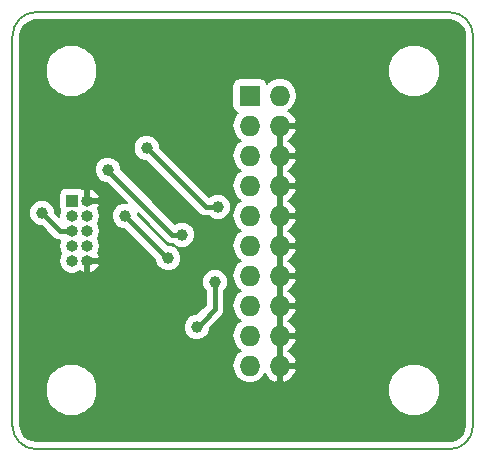
<source format=gbr>
G04 #@! TF.GenerationSoftware,KiCad,Pcbnew,5.0.1-33cea8e~68~ubuntu18.10.1*
G04 #@! TF.CreationDate,2018-11-26T23:36:52+02:00*
G04 #@! TF.ProjectId,BUS-BLASTER-AVR-1.27,4255532D424C41535445522D4156522D,v1.0*
G04 #@! TF.SameCoordinates,Original*
G04 #@! TF.FileFunction,Copper,L2,Bot,Signal*
G04 #@! TF.FilePolarity,Positive*
%FSLAX46Y46*%
G04 Gerber Fmt 4.6, Leading zero omitted, Abs format (unit mm)*
G04 Created by KiCad (PCBNEW 5.0.1-33cea8e~68~ubuntu18.10.1) date ma 26. marraskuuta 2018 23.36.52*
%MOMM*%
%LPD*%
G01*
G04 APERTURE LIST*
G04 #@! TA.AperFunction,NonConductor*
%ADD10C,0.150000*%
G04 #@! TD*
G04 #@! TA.AperFunction,ComponentPad*
%ADD11R,1.000000X1.000000*%
G04 #@! TD*
G04 #@! TA.AperFunction,ComponentPad*
%ADD12O,1.000000X1.000000*%
G04 #@! TD*
G04 #@! TA.AperFunction,ComponentPad*
%ADD13R,1.727200X1.727200*%
G04 #@! TD*
G04 #@! TA.AperFunction,ComponentPad*
%ADD14O,1.727200X1.727200*%
G04 #@! TD*
G04 #@! TA.AperFunction,ViaPad*
%ADD15C,1.000000*%
G04 #@! TD*
G04 #@! TA.AperFunction,Conductor*
%ADD16C,0.400000*%
G04 #@! TD*
G04 #@! TA.AperFunction,Conductor*
%ADD17C,1.000000*%
G04 #@! TD*
G04 #@! TA.AperFunction,Conductor*
%ADD18C,0.200000*%
G04 #@! TD*
G04 APERTURE END LIST*
D10*
X65000000Y-87000000D02*
G75*
G02X63000000Y-85000000I0J2000000D01*
G01*
X102000000Y-85000000D02*
G75*
G02X100000000Y-87000000I-2000000J0D01*
G01*
X100000000Y-50000000D02*
G75*
G02X102000000Y-52000000I0J-2000000D01*
G01*
X63000000Y-52000000D02*
G75*
G02X65000000Y-50000000I2000000J0D01*
G01*
X65000000Y-50000000D02*
X100000000Y-50000000D01*
X102000000Y-85000000D02*
X102000000Y-52000000D01*
X65000000Y-87000000D02*
X100000000Y-87000000D01*
X63000000Y-52000000D02*
X63000000Y-85000000D01*
D11*
G04 #@! TO.P,J1,1*
G04 #@! TO.N,TCK*
X68050000Y-65970000D03*
D12*
G04 #@! TO.P,J1,2*
G04 #@! TO.N,GND*
X69320000Y-65970000D03*
G04 #@! TO.P,J1,3*
G04 #@! TO.N,TDO*
X68050000Y-67240000D03*
G04 #@! TO.P,J1,4*
G04 #@! TO.N,VREF*
X69320000Y-67240000D03*
G04 #@! TO.P,J1,5*
G04 #@! TO.N,TMS*
X68050000Y-68510000D03*
G04 #@! TO.P,J1,6*
G04 #@! TO.N,nSRST*
X69320000Y-68510000D03*
G04 #@! TO.P,J1,7*
G04 #@! TO.N,Net-(J1-Pad7)*
X68050000Y-69780000D03*
G04 #@! TO.P,J1,8*
G04 #@! TO.N,nTRST*
X69320000Y-69780000D03*
G04 #@! TO.P,J1,9*
G04 #@! TO.N,TDI*
X68050000Y-71050000D03*
G04 #@! TO.P,J1,10*
G04 #@! TO.N,GND*
X69320000Y-71050000D03*
G04 #@! TD*
D13*
G04 #@! TO.P,J2,1*
G04 #@! TO.N,VREF*
X83100000Y-57080000D03*
D14*
G04 #@! TO.P,J2,2*
X85640000Y-57080000D03*
G04 #@! TO.P,J2,3*
G04 #@! TO.N,nTRST*
X83100000Y-59620000D03*
G04 #@! TO.P,J2,4*
G04 #@! TO.N,GND*
X85640000Y-59620000D03*
G04 #@! TO.P,J2,5*
G04 #@! TO.N,TDI*
X83100000Y-62160000D03*
G04 #@! TO.P,J2,6*
G04 #@! TO.N,GND*
X85640000Y-62160000D03*
G04 #@! TO.P,J2,7*
G04 #@! TO.N,TMS*
X83100000Y-64700000D03*
G04 #@! TO.P,J2,8*
G04 #@! TO.N,GND*
X85640000Y-64700000D03*
G04 #@! TO.P,J2,9*
G04 #@! TO.N,TCK*
X83100000Y-67240000D03*
G04 #@! TO.P,J2,10*
G04 #@! TO.N,GND*
X85640000Y-67240000D03*
G04 #@! TO.P,J2,11*
G04 #@! TO.N,Net-(J2-Pad11)*
X83100000Y-69780000D03*
G04 #@! TO.P,J2,12*
G04 #@! TO.N,GND*
X85640000Y-69780000D03*
G04 #@! TO.P,J2,13*
G04 #@! TO.N,TDO*
X83100000Y-72320000D03*
G04 #@! TO.P,J2,14*
G04 #@! TO.N,GND*
X85640000Y-72320000D03*
G04 #@! TO.P,J2,15*
G04 #@! TO.N,nSRST*
X83100000Y-74860000D03*
G04 #@! TO.P,J2,16*
G04 #@! TO.N,GND*
X85640000Y-74860000D03*
G04 #@! TO.P,J2,17*
G04 #@! TO.N,Net-(J2-Pad17)*
X83100000Y-77400000D03*
G04 #@! TO.P,J2,18*
G04 #@! TO.N,GND*
X85640000Y-77400000D03*
G04 #@! TO.P,J2,19*
G04 #@! TO.N,Net-(J2-Pad19)*
X83100000Y-79940000D03*
G04 #@! TO.P,J2,20*
G04 #@! TO.N,GND*
X85640000Y-79940000D03*
G04 #@! TD*
D15*
G04 #@! TO.N,TCK*
X77350000Y-68850000D03*
X71050000Y-63350000D03*
G04 #@! TO.N,GND*
X71850000Y-74950000D03*
X78900000Y-70250000D03*
X71900000Y-58500000D03*
X75800000Y-54400000D03*
X90700000Y-55500000D03*
X91550000Y-62700000D03*
X97150000Y-68050000D03*
X91950000Y-73650000D03*
X89600000Y-82900000D03*
X81850000Y-83750000D03*
X75100000Y-80100000D03*
X65550000Y-78500000D03*
X75900000Y-65800000D03*
X81150000Y-60950000D03*
X72850000Y-62900000D03*
G04 #@! TO.N,TDO*
X80150000Y-72850000D03*
X78600000Y-76700000D03*
G04 #@! TO.N,TMS*
X65500000Y-67000000D03*
X74350000Y-61500000D03*
X80400000Y-66499999D03*
G04 #@! TO.N,nSRST*
X72500000Y-67250000D03*
X76200001Y-70850001D03*
G04 #@! TD*
D16*
G04 #@! TO.N,TCK*
X76550000Y-68850000D02*
X71549999Y-63849999D01*
X71549999Y-63849999D02*
X71050000Y-63350000D01*
X77350000Y-68850000D02*
X76550000Y-68850000D01*
G04 #@! TO.N,TDO*
X80150000Y-72850000D02*
X80150000Y-75150000D01*
X80150000Y-75150000D02*
X79099999Y-76200001D01*
X79099999Y-76200001D02*
X78600000Y-76700000D01*
G04 #@! TO.N,TMS*
X68050000Y-68510000D02*
X67010000Y-68510000D01*
X67010000Y-68510000D02*
X65500000Y-67000000D01*
X79692894Y-66499999D02*
X80400000Y-66499999D01*
X79349999Y-66499999D02*
X79692894Y-66499999D01*
X74350000Y-61500000D02*
X79349999Y-66499999D01*
G04 #@! TO.N,nSRST*
X72500000Y-67250000D02*
X76100001Y-70850001D01*
X76100001Y-70850001D02*
X76200001Y-70850001D01*
D17*
G04 #@! TO.N,TDI*
X83100000Y-62180000D02*
X83100000Y-62405870D01*
G04 #@! TD*
D18*
G04 #@! TO.N,GND*
G36*
X100369950Y-50734868D02*
X100710162Y-50889553D01*
X100993282Y-51133505D01*
X101196554Y-51447115D01*
X101310322Y-51827530D01*
X101325001Y-52025060D01*
X101325000Y-84951910D01*
X101265132Y-85369952D01*
X101110448Y-85710160D01*
X100866494Y-85993283D01*
X100552886Y-86196553D01*
X100172470Y-86310322D01*
X99974953Y-86325000D01*
X65048090Y-86325000D01*
X64630048Y-86265132D01*
X64289840Y-86110448D01*
X64006717Y-85866494D01*
X63803447Y-85552886D01*
X63689678Y-85172470D01*
X63675000Y-84974953D01*
X63675000Y-81562393D01*
X65800000Y-81562393D01*
X65800000Y-82437607D01*
X66134930Y-83246200D01*
X66753800Y-83865070D01*
X67562393Y-84200000D01*
X68437607Y-84200000D01*
X69246200Y-83865070D01*
X69865070Y-83246200D01*
X70200000Y-82437607D01*
X70200000Y-81562393D01*
X94800000Y-81562393D01*
X94800000Y-82437607D01*
X95134930Y-83246200D01*
X95753800Y-83865070D01*
X96562393Y-84200000D01*
X97437607Y-84200000D01*
X98246200Y-83865070D01*
X98865070Y-83246200D01*
X99200000Y-82437607D01*
X99200000Y-81562393D01*
X98865070Y-80753800D01*
X98246200Y-80134930D01*
X97437607Y-79800000D01*
X96562393Y-79800000D01*
X95753800Y-80134930D01*
X95134930Y-80753800D01*
X94800000Y-81562393D01*
X70200000Y-81562393D01*
X69865070Y-80753800D01*
X69246200Y-80134930D01*
X68437607Y-79800000D01*
X67562393Y-79800000D01*
X66753800Y-80134930D01*
X66134930Y-80753800D01*
X65800000Y-81562393D01*
X63675000Y-81562393D01*
X63675000Y-76481196D01*
X77500000Y-76481196D01*
X77500000Y-76918804D01*
X77667465Y-77323100D01*
X77976900Y-77632535D01*
X78381196Y-77800000D01*
X78818804Y-77800000D01*
X79223100Y-77632535D01*
X79532535Y-77323100D01*
X79700000Y-76918804D01*
X79700000Y-76731370D01*
X80659972Y-75771398D01*
X80726767Y-75726767D01*
X80825767Y-75578604D01*
X80903583Y-75462145D01*
X80947561Y-75241049D01*
X80950000Y-75228789D01*
X80950000Y-75228785D01*
X80965671Y-75150000D01*
X80950000Y-75071215D01*
X80950000Y-73605635D01*
X81082535Y-73473100D01*
X81250000Y-73068804D01*
X81250000Y-72631196D01*
X81082535Y-72226900D01*
X80773100Y-71917465D01*
X80368804Y-71750000D01*
X79931196Y-71750000D01*
X79526900Y-71917465D01*
X79217465Y-72226900D01*
X79050000Y-72631196D01*
X79050000Y-73068804D01*
X79217465Y-73473100D01*
X79350000Y-73605635D01*
X79350001Y-74818629D01*
X78568630Y-75600000D01*
X78381196Y-75600000D01*
X77976900Y-75767465D01*
X77667465Y-76076900D01*
X77500000Y-76481196D01*
X63675000Y-76481196D01*
X63675000Y-66781196D01*
X64400000Y-66781196D01*
X64400000Y-67218804D01*
X64567465Y-67623100D01*
X64876900Y-67932535D01*
X65281196Y-68100000D01*
X65468630Y-68100000D01*
X66388603Y-69019974D01*
X66433233Y-69086767D01*
X66697856Y-69263583D01*
X66931211Y-69310000D01*
X66931215Y-69310000D01*
X67009999Y-69325671D01*
X67033774Y-69320942D01*
X67013823Y-69350801D01*
X66928450Y-69780000D01*
X67013823Y-70209199D01*
X67151335Y-70415000D01*
X67013823Y-70620801D01*
X66928450Y-71050000D01*
X67013823Y-71479199D01*
X67256944Y-71843056D01*
X67620801Y-72086177D01*
X67941661Y-72150000D01*
X68158339Y-72150000D01*
X68479199Y-72086177D01*
X68690118Y-71945246D01*
X68996247Y-72109661D01*
X69166000Y-71995261D01*
X69166000Y-71204000D01*
X69474000Y-71204000D01*
X69474000Y-71995261D01*
X69643753Y-72109661D01*
X70024623Y-71905104D01*
X70298221Y-71570366D01*
X70379646Y-71373751D01*
X70263515Y-71204000D01*
X69474000Y-71204000D01*
X69166000Y-71204000D01*
X69146000Y-71204000D01*
X69146000Y-71178446D01*
X69171550Y-71050000D01*
X69146000Y-70921554D01*
X69146000Y-70896000D01*
X69166000Y-70896000D01*
X69166000Y-70876000D01*
X69191553Y-70876000D01*
X69211661Y-70880000D01*
X69428339Y-70880000D01*
X69448447Y-70876000D01*
X69474000Y-70876000D01*
X69474000Y-70896000D01*
X70263515Y-70896000D01*
X70379646Y-70726249D01*
X70298221Y-70529634D01*
X70212305Y-70424519D01*
X70356177Y-70209199D01*
X70441550Y-69780000D01*
X70356177Y-69350801D01*
X70218665Y-69145000D01*
X70356177Y-68939199D01*
X70441550Y-68510000D01*
X70356177Y-68080801D01*
X70218665Y-67875000D01*
X70356177Y-67669199D01*
X70441550Y-67240000D01*
X70356177Y-66810801D01*
X70212305Y-66595481D01*
X70298221Y-66490366D01*
X70379646Y-66293751D01*
X70263515Y-66124000D01*
X69474000Y-66124000D01*
X69474000Y-66144000D01*
X69448447Y-66144000D01*
X69428339Y-66140000D01*
X69211661Y-66140000D01*
X69191553Y-66144000D01*
X69166000Y-66144000D01*
X69166000Y-66124000D01*
X69161754Y-66124000D01*
X69161754Y-65816000D01*
X69166000Y-65816000D01*
X69166000Y-65024739D01*
X69474000Y-65024739D01*
X69474000Y-65816000D01*
X70263515Y-65816000D01*
X70379646Y-65646249D01*
X70298221Y-65449634D01*
X70024623Y-65114896D01*
X69643753Y-64910339D01*
X69474000Y-65024739D01*
X69166000Y-65024739D01*
X68996247Y-64910339D01*
X68883225Y-64971041D01*
X68784108Y-64904813D01*
X68550000Y-64858246D01*
X67550000Y-64858246D01*
X67315892Y-64904813D01*
X67117425Y-65037425D01*
X66984813Y-65235892D01*
X66938246Y-65470000D01*
X66938246Y-66470000D01*
X66984813Y-66704108D01*
X67034963Y-66779163D01*
X67013823Y-66810801D01*
X66928450Y-67240000D01*
X66942623Y-67311252D01*
X66600000Y-66968630D01*
X66600000Y-66781196D01*
X66432535Y-66376900D01*
X66123100Y-66067465D01*
X65718804Y-65900000D01*
X65281196Y-65900000D01*
X64876900Y-66067465D01*
X64567465Y-66376900D01*
X64400000Y-66781196D01*
X63675000Y-66781196D01*
X63675000Y-63131196D01*
X69950000Y-63131196D01*
X69950000Y-63568804D01*
X70117465Y-63973100D01*
X70426900Y-64282535D01*
X70831196Y-64450000D01*
X71018630Y-64450000D01*
X72718630Y-66150000D01*
X72281196Y-66150000D01*
X71876900Y-66317465D01*
X71567465Y-66626900D01*
X71400000Y-67031196D01*
X71400000Y-67468804D01*
X71567465Y-67873100D01*
X71876900Y-68182535D01*
X72281196Y-68350000D01*
X72468630Y-68350000D01*
X75100001Y-70981372D01*
X75100001Y-71068805D01*
X75267466Y-71473101D01*
X75576901Y-71782536D01*
X75981197Y-71950001D01*
X76418805Y-71950001D01*
X76823101Y-71782536D01*
X77132536Y-71473101D01*
X77300001Y-71068805D01*
X77300001Y-70631197D01*
X77132536Y-70226901D01*
X76823101Y-69917466D01*
X76418805Y-69750001D01*
X76131372Y-69750001D01*
X73600000Y-67218630D01*
X73600000Y-67031371D01*
X75928604Y-69359975D01*
X75973233Y-69426767D01*
X76237856Y-69603583D01*
X76471211Y-69650000D01*
X76471215Y-69650000D01*
X76549999Y-69665671D01*
X76600075Y-69655710D01*
X76726900Y-69782535D01*
X77131196Y-69950000D01*
X77568804Y-69950000D01*
X77973100Y-69782535D01*
X78282535Y-69473100D01*
X78450000Y-69068804D01*
X78450000Y-68631196D01*
X78282535Y-68226900D01*
X77973100Y-67917465D01*
X77568804Y-67750000D01*
X77131196Y-67750000D01*
X76742411Y-67911040D01*
X72150000Y-63318630D01*
X72150000Y-63131196D01*
X71982535Y-62726900D01*
X71673100Y-62417465D01*
X71268804Y-62250000D01*
X70831196Y-62250000D01*
X70426900Y-62417465D01*
X70117465Y-62726900D01*
X69950000Y-63131196D01*
X63675000Y-63131196D01*
X63675000Y-61281196D01*
X73250000Y-61281196D01*
X73250000Y-61718804D01*
X73417465Y-62123100D01*
X73726900Y-62432535D01*
X74131196Y-62600000D01*
X74318630Y-62600000D01*
X78728603Y-67009974D01*
X78773232Y-67076766D01*
X79037855Y-67253582D01*
X79271210Y-67299999D01*
X79271214Y-67299999D01*
X79349998Y-67315670D01*
X79428782Y-67299999D01*
X79644365Y-67299999D01*
X79776900Y-67432534D01*
X80181196Y-67599999D01*
X80618804Y-67599999D01*
X81023100Y-67432534D01*
X81332535Y-67123099D01*
X81500000Y-66718803D01*
X81500000Y-66281195D01*
X81332535Y-65876899D01*
X81023100Y-65567464D01*
X80618804Y-65399999D01*
X80181196Y-65399999D01*
X79776900Y-65567464D01*
X79662867Y-65681497D01*
X75450000Y-61468630D01*
X75450000Y-61281196D01*
X75282535Y-60876900D01*
X74973100Y-60567465D01*
X74568804Y-60400000D01*
X74131196Y-60400000D01*
X73726900Y-60567465D01*
X73417465Y-60876900D01*
X73250000Y-61281196D01*
X63675000Y-61281196D01*
X63675000Y-59620000D01*
X81607727Y-59620000D01*
X81721320Y-60191068D01*
X82044804Y-60675196D01*
X82366281Y-60890000D01*
X82044804Y-61104804D01*
X81721320Y-61588932D01*
X81607727Y-62160000D01*
X81721320Y-62731068D01*
X82044804Y-63215196D01*
X82366281Y-63430000D01*
X82044804Y-63644804D01*
X81721320Y-64128932D01*
X81607727Y-64700000D01*
X81721320Y-65271068D01*
X82044804Y-65755196D01*
X82366281Y-65970000D01*
X82044804Y-66184804D01*
X81721320Y-66668932D01*
X81607727Y-67240000D01*
X81721320Y-67811068D01*
X82044804Y-68295196D01*
X82366281Y-68510000D01*
X82044804Y-68724804D01*
X81721320Y-69208932D01*
X81607727Y-69780000D01*
X81721320Y-70351068D01*
X82044804Y-70835196D01*
X82366281Y-71050000D01*
X82044804Y-71264804D01*
X81721320Y-71748932D01*
X81607727Y-72320000D01*
X81721320Y-72891068D01*
X82044804Y-73375196D01*
X82366281Y-73590000D01*
X82044804Y-73804804D01*
X81721320Y-74288932D01*
X81607727Y-74860000D01*
X81721320Y-75431068D01*
X82044804Y-75915196D01*
X82366281Y-76130000D01*
X82044804Y-76344804D01*
X81721320Y-76828932D01*
X81607727Y-77400000D01*
X81721320Y-77971068D01*
X82044804Y-78455196D01*
X82366281Y-78670000D01*
X82044804Y-78884804D01*
X81721320Y-79368932D01*
X81607727Y-79940000D01*
X81721320Y-80511068D01*
X82044804Y-80995196D01*
X82528932Y-81318680D01*
X82955852Y-81403600D01*
X83244148Y-81403600D01*
X83671068Y-81318680D01*
X84155196Y-80995196D01*
X84367302Y-80677756D01*
X84744000Y-81107402D01*
X85258949Y-81361423D01*
X85486000Y-81251532D01*
X85486000Y-80094000D01*
X85794000Y-80094000D01*
X85794000Y-81251532D01*
X86021051Y-81361423D01*
X86536000Y-81107402D01*
X86914541Y-80675654D01*
X87061411Y-80321049D01*
X86950583Y-80094000D01*
X85794000Y-80094000D01*
X85486000Y-80094000D01*
X85466000Y-80094000D01*
X85466000Y-79786000D01*
X85486000Y-79786000D01*
X85486000Y-77554000D01*
X85794000Y-77554000D01*
X85794000Y-79786000D01*
X86950583Y-79786000D01*
X87061411Y-79558951D01*
X86914541Y-79204346D01*
X86536000Y-78772598D01*
X86328014Y-78670000D01*
X86536000Y-78567402D01*
X86914541Y-78135654D01*
X87061411Y-77781049D01*
X86950583Y-77554000D01*
X85794000Y-77554000D01*
X85486000Y-77554000D01*
X85466000Y-77554000D01*
X85466000Y-77246000D01*
X85486000Y-77246000D01*
X85486000Y-75014000D01*
X85794000Y-75014000D01*
X85794000Y-77246000D01*
X86950583Y-77246000D01*
X87061411Y-77018951D01*
X86914541Y-76664346D01*
X86536000Y-76232598D01*
X86328014Y-76130000D01*
X86536000Y-76027402D01*
X86914541Y-75595654D01*
X87061411Y-75241049D01*
X86950583Y-75014000D01*
X85794000Y-75014000D01*
X85486000Y-75014000D01*
X85466000Y-75014000D01*
X85466000Y-74706000D01*
X85486000Y-74706000D01*
X85486000Y-72474000D01*
X85794000Y-72474000D01*
X85794000Y-74706000D01*
X86950583Y-74706000D01*
X87061411Y-74478951D01*
X86914541Y-74124346D01*
X86536000Y-73692598D01*
X86328014Y-73590000D01*
X86536000Y-73487402D01*
X86914541Y-73055654D01*
X87061411Y-72701049D01*
X86950583Y-72474000D01*
X85794000Y-72474000D01*
X85486000Y-72474000D01*
X85466000Y-72474000D01*
X85466000Y-72166000D01*
X85486000Y-72166000D01*
X85486000Y-69934000D01*
X85794000Y-69934000D01*
X85794000Y-72166000D01*
X86950583Y-72166000D01*
X87061411Y-71938951D01*
X86914541Y-71584346D01*
X86536000Y-71152598D01*
X86328014Y-71050000D01*
X86536000Y-70947402D01*
X86914541Y-70515654D01*
X87061411Y-70161049D01*
X86950583Y-69934000D01*
X85794000Y-69934000D01*
X85486000Y-69934000D01*
X85466000Y-69934000D01*
X85466000Y-69626000D01*
X85486000Y-69626000D01*
X85486000Y-67394000D01*
X85794000Y-67394000D01*
X85794000Y-69626000D01*
X86950583Y-69626000D01*
X87061411Y-69398951D01*
X86914541Y-69044346D01*
X86536000Y-68612598D01*
X86328014Y-68510000D01*
X86536000Y-68407402D01*
X86914541Y-67975654D01*
X87061411Y-67621049D01*
X86950583Y-67394000D01*
X85794000Y-67394000D01*
X85486000Y-67394000D01*
X85466000Y-67394000D01*
X85466000Y-67086000D01*
X85486000Y-67086000D01*
X85486000Y-64854000D01*
X85794000Y-64854000D01*
X85794000Y-67086000D01*
X86950583Y-67086000D01*
X87061411Y-66858951D01*
X86914541Y-66504346D01*
X86536000Y-66072598D01*
X86328014Y-65970000D01*
X86536000Y-65867402D01*
X86914541Y-65435654D01*
X87061411Y-65081049D01*
X86950583Y-64854000D01*
X85794000Y-64854000D01*
X85486000Y-64854000D01*
X85466000Y-64854000D01*
X85466000Y-64546000D01*
X85486000Y-64546000D01*
X85486000Y-62314000D01*
X85794000Y-62314000D01*
X85794000Y-64546000D01*
X86950583Y-64546000D01*
X87061411Y-64318951D01*
X86914541Y-63964346D01*
X86536000Y-63532598D01*
X86328014Y-63430000D01*
X86536000Y-63327402D01*
X86914541Y-62895654D01*
X87061411Y-62541049D01*
X86950583Y-62314000D01*
X85794000Y-62314000D01*
X85486000Y-62314000D01*
X85466000Y-62314000D01*
X85466000Y-62006000D01*
X85486000Y-62006000D01*
X85486000Y-59774000D01*
X85794000Y-59774000D01*
X85794000Y-62006000D01*
X86950583Y-62006000D01*
X87061411Y-61778951D01*
X86914541Y-61424346D01*
X86536000Y-60992598D01*
X86328014Y-60890000D01*
X86536000Y-60787402D01*
X86914541Y-60355654D01*
X87061411Y-60001049D01*
X86950583Y-59774000D01*
X85794000Y-59774000D01*
X85486000Y-59774000D01*
X85466000Y-59774000D01*
X85466000Y-59466000D01*
X85486000Y-59466000D01*
X85486000Y-59446000D01*
X85794000Y-59446000D01*
X85794000Y-59466000D01*
X86950583Y-59466000D01*
X87061411Y-59238951D01*
X86914541Y-58884346D01*
X86536000Y-58452598D01*
X86354308Y-58362970D01*
X86695196Y-58135196D01*
X87018680Y-57651068D01*
X87132273Y-57080000D01*
X87018680Y-56508932D01*
X86695196Y-56024804D01*
X86211068Y-55701320D01*
X85784148Y-55616400D01*
X85495852Y-55616400D01*
X85068932Y-55701320D01*
X84584804Y-56024804D01*
X84548154Y-56079655D01*
X84528787Y-55982292D01*
X84396175Y-55783825D01*
X84197708Y-55651213D01*
X83963600Y-55604646D01*
X82236400Y-55604646D01*
X82002292Y-55651213D01*
X81803825Y-55783825D01*
X81671213Y-55982292D01*
X81624646Y-56216400D01*
X81624646Y-57943600D01*
X81671213Y-58177708D01*
X81803825Y-58376175D01*
X82002292Y-58508787D01*
X82099655Y-58528154D01*
X82044804Y-58564804D01*
X81721320Y-59048932D01*
X81607727Y-59620000D01*
X63675000Y-59620000D01*
X63675000Y-54562393D01*
X65800000Y-54562393D01*
X65800000Y-55437607D01*
X66134930Y-56246200D01*
X66753800Y-56865070D01*
X67562393Y-57200000D01*
X68437607Y-57200000D01*
X69246200Y-56865070D01*
X69865070Y-56246200D01*
X70200000Y-55437607D01*
X70200000Y-54562393D01*
X94800000Y-54562393D01*
X94800000Y-55437607D01*
X95134930Y-56246200D01*
X95753800Y-56865070D01*
X96562393Y-57200000D01*
X97437607Y-57200000D01*
X98246200Y-56865070D01*
X98865070Y-56246200D01*
X99200000Y-55437607D01*
X99200000Y-54562393D01*
X98865070Y-53753800D01*
X98246200Y-53134930D01*
X97437607Y-52800000D01*
X96562393Y-52800000D01*
X95753800Y-53134930D01*
X95134930Y-53753800D01*
X94800000Y-54562393D01*
X70200000Y-54562393D01*
X69865070Y-53753800D01*
X69246200Y-53134930D01*
X68437607Y-52800000D01*
X67562393Y-52800000D01*
X66753800Y-53134930D01*
X66134930Y-53753800D01*
X65800000Y-54562393D01*
X63675000Y-54562393D01*
X63675000Y-52048090D01*
X63734868Y-51630050D01*
X63889553Y-51289838D01*
X64133505Y-51006718D01*
X64447115Y-50803446D01*
X64827530Y-50689678D01*
X65025046Y-50675000D01*
X99951910Y-50675000D01*
X100369950Y-50734868D01*
X100369950Y-50734868D01*
G37*
X100369950Y-50734868D02*
X100710162Y-50889553D01*
X100993282Y-51133505D01*
X101196554Y-51447115D01*
X101310322Y-51827530D01*
X101325001Y-52025060D01*
X101325000Y-84951910D01*
X101265132Y-85369952D01*
X101110448Y-85710160D01*
X100866494Y-85993283D01*
X100552886Y-86196553D01*
X100172470Y-86310322D01*
X99974953Y-86325000D01*
X65048090Y-86325000D01*
X64630048Y-86265132D01*
X64289840Y-86110448D01*
X64006717Y-85866494D01*
X63803447Y-85552886D01*
X63689678Y-85172470D01*
X63675000Y-84974953D01*
X63675000Y-81562393D01*
X65800000Y-81562393D01*
X65800000Y-82437607D01*
X66134930Y-83246200D01*
X66753800Y-83865070D01*
X67562393Y-84200000D01*
X68437607Y-84200000D01*
X69246200Y-83865070D01*
X69865070Y-83246200D01*
X70200000Y-82437607D01*
X70200000Y-81562393D01*
X94800000Y-81562393D01*
X94800000Y-82437607D01*
X95134930Y-83246200D01*
X95753800Y-83865070D01*
X96562393Y-84200000D01*
X97437607Y-84200000D01*
X98246200Y-83865070D01*
X98865070Y-83246200D01*
X99200000Y-82437607D01*
X99200000Y-81562393D01*
X98865070Y-80753800D01*
X98246200Y-80134930D01*
X97437607Y-79800000D01*
X96562393Y-79800000D01*
X95753800Y-80134930D01*
X95134930Y-80753800D01*
X94800000Y-81562393D01*
X70200000Y-81562393D01*
X69865070Y-80753800D01*
X69246200Y-80134930D01*
X68437607Y-79800000D01*
X67562393Y-79800000D01*
X66753800Y-80134930D01*
X66134930Y-80753800D01*
X65800000Y-81562393D01*
X63675000Y-81562393D01*
X63675000Y-76481196D01*
X77500000Y-76481196D01*
X77500000Y-76918804D01*
X77667465Y-77323100D01*
X77976900Y-77632535D01*
X78381196Y-77800000D01*
X78818804Y-77800000D01*
X79223100Y-77632535D01*
X79532535Y-77323100D01*
X79700000Y-76918804D01*
X79700000Y-76731370D01*
X80659972Y-75771398D01*
X80726767Y-75726767D01*
X80825767Y-75578604D01*
X80903583Y-75462145D01*
X80947561Y-75241049D01*
X80950000Y-75228789D01*
X80950000Y-75228785D01*
X80965671Y-75150000D01*
X80950000Y-75071215D01*
X80950000Y-73605635D01*
X81082535Y-73473100D01*
X81250000Y-73068804D01*
X81250000Y-72631196D01*
X81082535Y-72226900D01*
X80773100Y-71917465D01*
X80368804Y-71750000D01*
X79931196Y-71750000D01*
X79526900Y-71917465D01*
X79217465Y-72226900D01*
X79050000Y-72631196D01*
X79050000Y-73068804D01*
X79217465Y-73473100D01*
X79350000Y-73605635D01*
X79350001Y-74818629D01*
X78568630Y-75600000D01*
X78381196Y-75600000D01*
X77976900Y-75767465D01*
X77667465Y-76076900D01*
X77500000Y-76481196D01*
X63675000Y-76481196D01*
X63675000Y-66781196D01*
X64400000Y-66781196D01*
X64400000Y-67218804D01*
X64567465Y-67623100D01*
X64876900Y-67932535D01*
X65281196Y-68100000D01*
X65468630Y-68100000D01*
X66388603Y-69019974D01*
X66433233Y-69086767D01*
X66697856Y-69263583D01*
X66931211Y-69310000D01*
X66931215Y-69310000D01*
X67009999Y-69325671D01*
X67033774Y-69320942D01*
X67013823Y-69350801D01*
X66928450Y-69780000D01*
X67013823Y-70209199D01*
X67151335Y-70415000D01*
X67013823Y-70620801D01*
X66928450Y-71050000D01*
X67013823Y-71479199D01*
X67256944Y-71843056D01*
X67620801Y-72086177D01*
X67941661Y-72150000D01*
X68158339Y-72150000D01*
X68479199Y-72086177D01*
X68690118Y-71945246D01*
X68996247Y-72109661D01*
X69166000Y-71995261D01*
X69166000Y-71204000D01*
X69474000Y-71204000D01*
X69474000Y-71995261D01*
X69643753Y-72109661D01*
X70024623Y-71905104D01*
X70298221Y-71570366D01*
X70379646Y-71373751D01*
X70263515Y-71204000D01*
X69474000Y-71204000D01*
X69166000Y-71204000D01*
X69146000Y-71204000D01*
X69146000Y-71178446D01*
X69171550Y-71050000D01*
X69146000Y-70921554D01*
X69146000Y-70896000D01*
X69166000Y-70896000D01*
X69166000Y-70876000D01*
X69191553Y-70876000D01*
X69211661Y-70880000D01*
X69428339Y-70880000D01*
X69448447Y-70876000D01*
X69474000Y-70876000D01*
X69474000Y-70896000D01*
X70263515Y-70896000D01*
X70379646Y-70726249D01*
X70298221Y-70529634D01*
X70212305Y-70424519D01*
X70356177Y-70209199D01*
X70441550Y-69780000D01*
X70356177Y-69350801D01*
X70218665Y-69145000D01*
X70356177Y-68939199D01*
X70441550Y-68510000D01*
X70356177Y-68080801D01*
X70218665Y-67875000D01*
X70356177Y-67669199D01*
X70441550Y-67240000D01*
X70356177Y-66810801D01*
X70212305Y-66595481D01*
X70298221Y-66490366D01*
X70379646Y-66293751D01*
X70263515Y-66124000D01*
X69474000Y-66124000D01*
X69474000Y-66144000D01*
X69448447Y-66144000D01*
X69428339Y-66140000D01*
X69211661Y-66140000D01*
X69191553Y-66144000D01*
X69166000Y-66144000D01*
X69166000Y-66124000D01*
X69161754Y-66124000D01*
X69161754Y-65816000D01*
X69166000Y-65816000D01*
X69166000Y-65024739D01*
X69474000Y-65024739D01*
X69474000Y-65816000D01*
X70263515Y-65816000D01*
X70379646Y-65646249D01*
X70298221Y-65449634D01*
X70024623Y-65114896D01*
X69643753Y-64910339D01*
X69474000Y-65024739D01*
X69166000Y-65024739D01*
X68996247Y-64910339D01*
X68883225Y-64971041D01*
X68784108Y-64904813D01*
X68550000Y-64858246D01*
X67550000Y-64858246D01*
X67315892Y-64904813D01*
X67117425Y-65037425D01*
X66984813Y-65235892D01*
X66938246Y-65470000D01*
X66938246Y-66470000D01*
X66984813Y-66704108D01*
X67034963Y-66779163D01*
X67013823Y-66810801D01*
X66928450Y-67240000D01*
X66942623Y-67311252D01*
X66600000Y-66968630D01*
X66600000Y-66781196D01*
X66432535Y-66376900D01*
X66123100Y-66067465D01*
X65718804Y-65900000D01*
X65281196Y-65900000D01*
X64876900Y-66067465D01*
X64567465Y-66376900D01*
X64400000Y-66781196D01*
X63675000Y-66781196D01*
X63675000Y-63131196D01*
X69950000Y-63131196D01*
X69950000Y-63568804D01*
X70117465Y-63973100D01*
X70426900Y-64282535D01*
X70831196Y-64450000D01*
X71018630Y-64450000D01*
X72718630Y-66150000D01*
X72281196Y-66150000D01*
X71876900Y-66317465D01*
X71567465Y-66626900D01*
X71400000Y-67031196D01*
X71400000Y-67468804D01*
X71567465Y-67873100D01*
X71876900Y-68182535D01*
X72281196Y-68350000D01*
X72468630Y-68350000D01*
X75100001Y-70981372D01*
X75100001Y-71068805D01*
X75267466Y-71473101D01*
X75576901Y-71782536D01*
X75981197Y-71950001D01*
X76418805Y-71950001D01*
X76823101Y-71782536D01*
X77132536Y-71473101D01*
X77300001Y-71068805D01*
X77300001Y-70631197D01*
X77132536Y-70226901D01*
X76823101Y-69917466D01*
X76418805Y-69750001D01*
X76131372Y-69750001D01*
X73600000Y-67218630D01*
X73600000Y-67031371D01*
X75928604Y-69359975D01*
X75973233Y-69426767D01*
X76237856Y-69603583D01*
X76471211Y-69650000D01*
X76471215Y-69650000D01*
X76549999Y-69665671D01*
X76600075Y-69655710D01*
X76726900Y-69782535D01*
X77131196Y-69950000D01*
X77568804Y-69950000D01*
X77973100Y-69782535D01*
X78282535Y-69473100D01*
X78450000Y-69068804D01*
X78450000Y-68631196D01*
X78282535Y-68226900D01*
X77973100Y-67917465D01*
X77568804Y-67750000D01*
X77131196Y-67750000D01*
X76742411Y-67911040D01*
X72150000Y-63318630D01*
X72150000Y-63131196D01*
X71982535Y-62726900D01*
X71673100Y-62417465D01*
X71268804Y-62250000D01*
X70831196Y-62250000D01*
X70426900Y-62417465D01*
X70117465Y-62726900D01*
X69950000Y-63131196D01*
X63675000Y-63131196D01*
X63675000Y-61281196D01*
X73250000Y-61281196D01*
X73250000Y-61718804D01*
X73417465Y-62123100D01*
X73726900Y-62432535D01*
X74131196Y-62600000D01*
X74318630Y-62600000D01*
X78728603Y-67009974D01*
X78773232Y-67076766D01*
X79037855Y-67253582D01*
X79271210Y-67299999D01*
X79271214Y-67299999D01*
X79349998Y-67315670D01*
X79428782Y-67299999D01*
X79644365Y-67299999D01*
X79776900Y-67432534D01*
X80181196Y-67599999D01*
X80618804Y-67599999D01*
X81023100Y-67432534D01*
X81332535Y-67123099D01*
X81500000Y-66718803D01*
X81500000Y-66281195D01*
X81332535Y-65876899D01*
X81023100Y-65567464D01*
X80618804Y-65399999D01*
X80181196Y-65399999D01*
X79776900Y-65567464D01*
X79662867Y-65681497D01*
X75450000Y-61468630D01*
X75450000Y-61281196D01*
X75282535Y-60876900D01*
X74973100Y-60567465D01*
X74568804Y-60400000D01*
X74131196Y-60400000D01*
X73726900Y-60567465D01*
X73417465Y-60876900D01*
X73250000Y-61281196D01*
X63675000Y-61281196D01*
X63675000Y-59620000D01*
X81607727Y-59620000D01*
X81721320Y-60191068D01*
X82044804Y-60675196D01*
X82366281Y-60890000D01*
X82044804Y-61104804D01*
X81721320Y-61588932D01*
X81607727Y-62160000D01*
X81721320Y-62731068D01*
X82044804Y-63215196D01*
X82366281Y-63430000D01*
X82044804Y-63644804D01*
X81721320Y-64128932D01*
X81607727Y-64700000D01*
X81721320Y-65271068D01*
X82044804Y-65755196D01*
X82366281Y-65970000D01*
X82044804Y-66184804D01*
X81721320Y-66668932D01*
X81607727Y-67240000D01*
X81721320Y-67811068D01*
X82044804Y-68295196D01*
X82366281Y-68510000D01*
X82044804Y-68724804D01*
X81721320Y-69208932D01*
X81607727Y-69780000D01*
X81721320Y-70351068D01*
X82044804Y-70835196D01*
X82366281Y-71050000D01*
X82044804Y-71264804D01*
X81721320Y-71748932D01*
X81607727Y-72320000D01*
X81721320Y-72891068D01*
X82044804Y-73375196D01*
X82366281Y-73590000D01*
X82044804Y-73804804D01*
X81721320Y-74288932D01*
X81607727Y-74860000D01*
X81721320Y-75431068D01*
X82044804Y-75915196D01*
X82366281Y-76130000D01*
X82044804Y-76344804D01*
X81721320Y-76828932D01*
X81607727Y-77400000D01*
X81721320Y-77971068D01*
X82044804Y-78455196D01*
X82366281Y-78670000D01*
X82044804Y-78884804D01*
X81721320Y-79368932D01*
X81607727Y-79940000D01*
X81721320Y-80511068D01*
X82044804Y-80995196D01*
X82528932Y-81318680D01*
X82955852Y-81403600D01*
X83244148Y-81403600D01*
X83671068Y-81318680D01*
X84155196Y-80995196D01*
X84367302Y-80677756D01*
X84744000Y-81107402D01*
X85258949Y-81361423D01*
X85486000Y-81251532D01*
X85486000Y-80094000D01*
X85794000Y-80094000D01*
X85794000Y-81251532D01*
X86021051Y-81361423D01*
X86536000Y-81107402D01*
X86914541Y-80675654D01*
X87061411Y-80321049D01*
X86950583Y-80094000D01*
X85794000Y-80094000D01*
X85486000Y-80094000D01*
X85466000Y-80094000D01*
X85466000Y-79786000D01*
X85486000Y-79786000D01*
X85486000Y-77554000D01*
X85794000Y-77554000D01*
X85794000Y-79786000D01*
X86950583Y-79786000D01*
X87061411Y-79558951D01*
X86914541Y-79204346D01*
X86536000Y-78772598D01*
X86328014Y-78670000D01*
X86536000Y-78567402D01*
X86914541Y-78135654D01*
X87061411Y-77781049D01*
X86950583Y-77554000D01*
X85794000Y-77554000D01*
X85486000Y-77554000D01*
X85466000Y-77554000D01*
X85466000Y-77246000D01*
X85486000Y-77246000D01*
X85486000Y-75014000D01*
X85794000Y-75014000D01*
X85794000Y-77246000D01*
X86950583Y-77246000D01*
X87061411Y-77018951D01*
X86914541Y-76664346D01*
X86536000Y-76232598D01*
X86328014Y-76130000D01*
X86536000Y-76027402D01*
X86914541Y-75595654D01*
X87061411Y-75241049D01*
X86950583Y-75014000D01*
X85794000Y-75014000D01*
X85486000Y-75014000D01*
X85466000Y-75014000D01*
X85466000Y-74706000D01*
X85486000Y-74706000D01*
X85486000Y-72474000D01*
X85794000Y-72474000D01*
X85794000Y-74706000D01*
X86950583Y-74706000D01*
X87061411Y-74478951D01*
X86914541Y-74124346D01*
X86536000Y-73692598D01*
X86328014Y-73590000D01*
X86536000Y-73487402D01*
X86914541Y-73055654D01*
X87061411Y-72701049D01*
X86950583Y-72474000D01*
X85794000Y-72474000D01*
X85486000Y-72474000D01*
X85466000Y-72474000D01*
X85466000Y-72166000D01*
X85486000Y-72166000D01*
X85486000Y-69934000D01*
X85794000Y-69934000D01*
X85794000Y-72166000D01*
X86950583Y-72166000D01*
X87061411Y-71938951D01*
X86914541Y-71584346D01*
X86536000Y-71152598D01*
X86328014Y-71050000D01*
X86536000Y-70947402D01*
X86914541Y-70515654D01*
X87061411Y-70161049D01*
X86950583Y-69934000D01*
X85794000Y-69934000D01*
X85486000Y-69934000D01*
X85466000Y-69934000D01*
X85466000Y-69626000D01*
X85486000Y-69626000D01*
X85486000Y-67394000D01*
X85794000Y-67394000D01*
X85794000Y-69626000D01*
X86950583Y-69626000D01*
X87061411Y-69398951D01*
X86914541Y-69044346D01*
X86536000Y-68612598D01*
X86328014Y-68510000D01*
X86536000Y-68407402D01*
X86914541Y-67975654D01*
X87061411Y-67621049D01*
X86950583Y-67394000D01*
X85794000Y-67394000D01*
X85486000Y-67394000D01*
X85466000Y-67394000D01*
X85466000Y-67086000D01*
X85486000Y-67086000D01*
X85486000Y-64854000D01*
X85794000Y-64854000D01*
X85794000Y-67086000D01*
X86950583Y-67086000D01*
X87061411Y-66858951D01*
X86914541Y-66504346D01*
X86536000Y-66072598D01*
X86328014Y-65970000D01*
X86536000Y-65867402D01*
X86914541Y-65435654D01*
X87061411Y-65081049D01*
X86950583Y-64854000D01*
X85794000Y-64854000D01*
X85486000Y-64854000D01*
X85466000Y-64854000D01*
X85466000Y-64546000D01*
X85486000Y-64546000D01*
X85486000Y-62314000D01*
X85794000Y-62314000D01*
X85794000Y-64546000D01*
X86950583Y-64546000D01*
X87061411Y-64318951D01*
X86914541Y-63964346D01*
X86536000Y-63532598D01*
X86328014Y-63430000D01*
X86536000Y-63327402D01*
X86914541Y-62895654D01*
X87061411Y-62541049D01*
X86950583Y-62314000D01*
X85794000Y-62314000D01*
X85486000Y-62314000D01*
X85466000Y-62314000D01*
X85466000Y-62006000D01*
X85486000Y-62006000D01*
X85486000Y-59774000D01*
X85794000Y-59774000D01*
X85794000Y-62006000D01*
X86950583Y-62006000D01*
X87061411Y-61778951D01*
X86914541Y-61424346D01*
X86536000Y-60992598D01*
X86328014Y-60890000D01*
X86536000Y-60787402D01*
X86914541Y-60355654D01*
X87061411Y-60001049D01*
X86950583Y-59774000D01*
X85794000Y-59774000D01*
X85486000Y-59774000D01*
X85466000Y-59774000D01*
X85466000Y-59466000D01*
X85486000Y-59466000D01*
X85486000Y-59446000D01*
X85794000Y-59446000D01*
X85794000Y-59466000D01*
X86950583Y-59466000D01*
X87061411Y-59238951D01*
X86914541Y-58884346D01*
X86536000Y-58452598D01*
X86354308Y-58362970D01*
X86695196Y-58135196D01*
X87018680Y-57651068D01*
X87132273Y-57080000D01*
X87018680Y-56508932D01*
X86695196Y-56024804D01*
X86211068Y-55701320D01*
X85784148Y-55616400D01*
X85495852Y-55616400D01*
X85068932Y-55701320D01*
X84584804Y-56024804D01*
X84548154Y-56079655D01*
X84528787Y-55982292D01*
X84396175Y-55783825D01*
X84197708Y-55651213D01*
X83963600Y-55604646D01*
X82236400Y-55604646D01*
X82002292Y-55651213D01*
X81803825Y-55783825D01*
X81671213Y-55982292D01*
X81624646Y-56216400D01*
X81624646Y-57943600D01*
X81671213Y-58177708D01*
X81803825Y-58376175D01*
X82002292Y-58508787D01*
X82099655Y-58528154D01*
X82044804Y-58564804D01*
X81721320Y-59048932D01*
X81607727Y-59620000D01*
X63675000Y-59620000D01*
X63675000Y-54562393D01*
X65800000Y-54562393D01*
X65800000Y-55437607D01*
X66134930Y-56246200D01*
X66753800Y-56865070D01*
X67562393Y-57200000D01*
X68437607Y-57200000D01*
X69246200Y-56865070D01*
X69865070Y-56246200D01*
X70200000Y-55437607D01*
X70200000Y-54562393D01*
X94800000Y-54562393D01*
X94800000Y-55437607D01*
X95134930Y-56246200D01*
X95753800Y-56865070D01*
X96562393Y-57200000D01*
X97437607Y-57200000D01*
X98246200Y-56865070D01*
X98865070Y-56246200D01*
X99200000Y-55437607D01*
X99200000Y-54562393D01*
X98865070Y-53753800D01*
X98246200Y-53134930D01*
X97437607Y-52800000D01*
X96562393Y-52800000D01*
X95753800Y-53134930D01*
X95134930Y-53753800D01*
X94800000Y-54562393D01*
X70200000Y-54562393D01*
X69865070Y-53753800D01*
X69246200Y-53134930D01*
X68437607Y-52800000D01*
X67562393Y-52800000D01*
X66753800Y-53134930D01*
X66134930Y-53753800D01*
X65800000Y-54562393D01*
X63675000Y-54562393D01*
X63675000Y-52048090D01*
X63734868Y-51630050D01*
X63889553Y-51289838D01*
X64133505Y-51006718D01*
X64447115Y-50803446D01*
X64827530Y-50689678D01*
X65025046Y-50675000D01*
X99951910Y-50675000D01*
X100369950Y-50734868D01*
G04 #@! TD*
M02*

</source>
